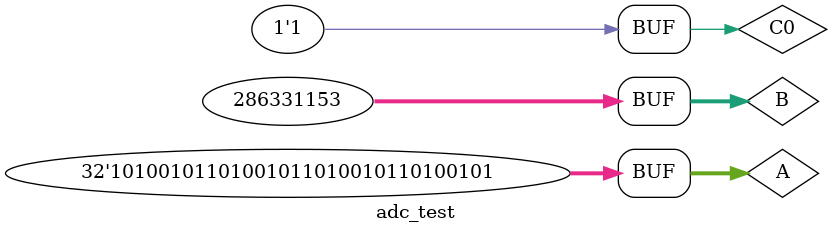
<source format=v>
`timescale 1ns / 1ps


module adc_test;

	// Inputs
	reg [31:0] A;
	reg [31:0] B;
	reg C0;

	// Outputs
	wire [32:0] S;

	// Instantiate the Unit Under Test (UUT)
	ADC32 uut (
		.A(A), 
		.B(B), 
		.C0(C0), 
		.S(S)
	);

	initial begin
		// Initialize Inputs
		A = 0;
		B = 0;
		C0 = 0;

		// Wait 100 ns for global reset to finish
		#100;
		A=32'hA5A5A5A5;
		B=32'h11111111;
		#100;
		C0=1;
		#100;
        
		// Add stimulus here

	end
      
endmodule


</source>
